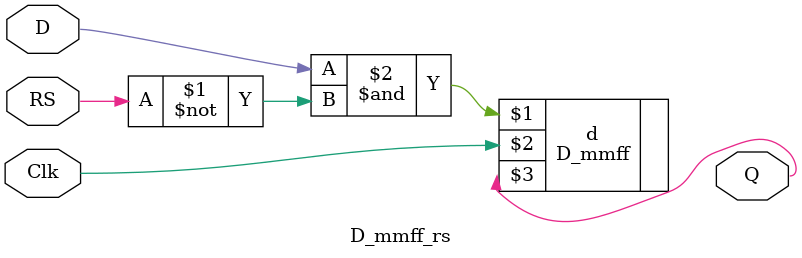
<source format=sv>
`timescale 1ns/1ns

module D_mmff_rs(input D, RS, Clk, output Q);

	D_mmff d(D&(~RS), Clk, Q);
endmodule
</source>
